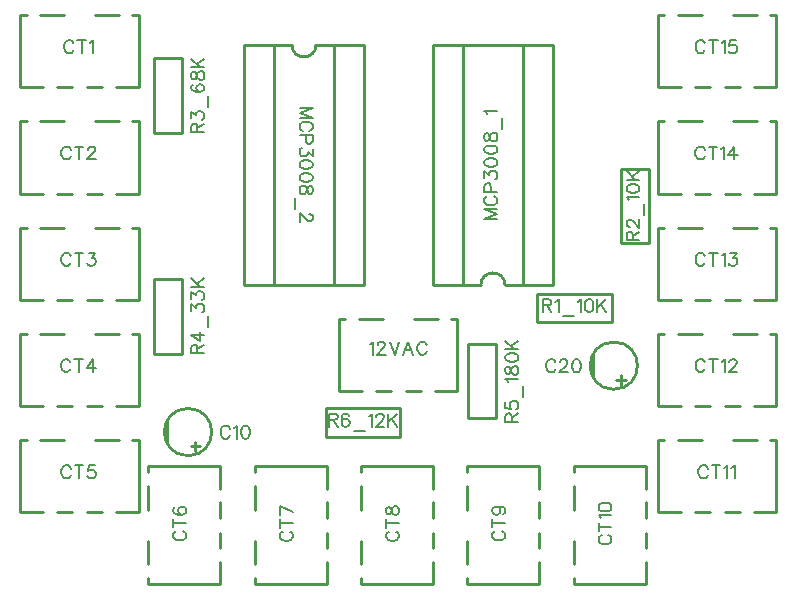
<source format=gto>
G04 Layer: TopSilkLayer*
G04 EasyEDA v6.4.25, 2022-04-08T13:20:52--5:00*
G04 Gerber Generator version 0.2*
G04 Scale: 100 percent, Rotated: No, Reflected: No *
G04 Dimensions in millimeters *
G04 leading zeros omitted , absolute positions ,4 integer and 5 decimal *
%FSLAX45Y45*%
%MOMM*%

%ADD10C,0.2540*%
%ADD18C,0.1524*%

%LPD*%
D18*
X2522763Y-1517401D02*
G01*
X2413797Y-1517401D01*
X2522763Y-1517401D02*
G01*
X2413797Y-1558803D01*
X2522763Y-1600459D02*
G01*
X2413797Y-1558803D01*
X2522763Y-1600459D02*
G01*
X2413797Y-1600459D01*
X2496855Y-1712727D02*
G01*
X2507269Y-1707393D01*
X2517683Y-1696979D01*
X2522763Y-1686565D01*
X2522763Y-1665991D01*
X2517683Y-1655577D01*
X2507269Y-1645163D01*
X2496855Y-1639829D01*
X2481107Y-1634749D01*
X2455199Y-1634749D01*
X2439705Y-1639829D01*
X2429291Y-1645163D01*
X2418877Y-1655577D01*
X2413797Y-1665991D01*
X2413797Y-1686565D01*
X2418877Y-1696979D01*
X2429291Y-1707393D01*
X2439705Y-1712727D01*
X2522763Y-1747017D02*
G01*
X2413797Y-1747017D01*
X2522763Y-1747017D02*
G01*
X2522763Y-1793753D01*
X2517683Y-1809247D01*
X2512349Y-1814581D01*
X2501935Y-1819661D01*
X2486441Y-1819661D01*
X2476027Y-1814581D01*
X2470947Y-1809247D01*
X2465613Y-1793753D01*
X2465613Y-1747017D01*
X2522763Y-1864365D02*
G01*
X2522763Y-1921515D01*
X2481107Y-1890273D01*
X2481107Y-1906021D01*
X2476027Y-1916435D01*
X2470947Y-1921515D01*
X2455199Y-1926595D01*
X2444785Y-1926595D01*
X2429291Y-1921515D01*
X2418877Y-1911101D01*
X2413797Y-1895607D01*
X2413797Y-1879859D01*
X2418877Y-1864365D01*
X2423957Y-1859285D01*
X2434371Y-1853951D01*
X2522763Y-1992127D02*
G01*
X2517683Y-1976633D01*
X2501935Y-1966219D01*
X2476027Y-1960885D01*
X2460533Y-1960885D01*
X2434371Y-1966219D01*
X2418877Y-1976633D01*
X2413797Y-1992127D01*
X2413797Y-2002541D01*
X2418877Y-2018035D01*
X2434371Y-2028449D01*
X2460533Y-2033783D01*
X2476027Y-2033783D01*
X2501935Y-2028449D01*
X2517683Y-2018035D01*
X2522763Y-2002541D01*
X2522763Y-1992127D01*
X2522763Y-2099315D02*
G01*
X2517683Y-2083567D01*
X2501935Y-2073153D01*
X2476027Y-2068073D01*
X2460533Y-2068073D01*
X2434371Y-2073153D01*
X2418877Y-2083567D01*
X2413797Y-2099315D01*
X2413797Y-2109475D01*
X2418877Y-2125223D01*
X2434371Y-2135637D01*
X2460533Y-2140717D01*
X2476027Y-2140717D01*
X2501935Y-2135637D01*
X2517683Y-2125223D01*
X2522763Y-2109475D01*
X2522763Y-2099315D01*
X2522763Y-2200915D02*
G01*
X2517683Y-2185421D01*
X2507269Y-2180341D01*
X2496855Y-2180341D01*
X2486441Y-2185421D01*
X2481107Y-2195835D01*
X2476027Y-2216663D01*
X2470947Y-2232157D01*
X2460533Y-2242571D01*
X2450119Y-2247905D01*
X2434371Y-2247905D01*
X2423957Y-2242571D01*
X2418877Y-2237491D01*
X2413797Y-2221743D01*
X2413797Y-2200915D01*
X2418877Y-2185421D01*
X2423957Y-2180341D01*
X2434371Y-2175007D01*
X2450119Y-2175007D01*
X2460533Y-2180341D01*
X2470947Y-2190755D01*
X2476027Y-2206249D01*
X2481107Y-2227077D01*
X2486441Y-2237491D01*
X2496855Y-2242571D01*
X2507269Y-2242571D01*
X2517683Y-2237491D01*
X2522763Y-2221743D01*
X2522763Y-2200915D01*
X2377221Y-2282195D02*
G01*
X2377221Y-2375667D01*
X2496855Y-2415037D02*
G01*
X2501935Y-2415037D01*
X2512349Y-2420371D01*
X2517683Y-2425451D01*
X2522763Y-2435865D01*
X2522763Y-2456693D01*
X2517683Y-2467107D01*
X2512349Y-2472187D01*
X2501935Y-2477521D01*
X2491521Y-2477521D01*
X2481107Y-2472187D01*
X2465613Y-2461773D01*
X2413797Y-2409957D01*
X2413797Y-2482601D01*
X3977225Y-2459233D02*
G01*
X4086191Y-2459233D01*
X3977225Y-2459233D02*
G01*
X4086191Y-2417577D01*
X3977225Y-2376175D02*
G01*
X4086191Y-2417577D01*
X3977225Y-2376175D02*
G01*
X4086191Y-2376175D01*
X4003133Y-2263907D02*
G01*
X3992719Y-2268987D01*
X3982305Y-2279401D01*
X3977225Y-2289815D01*
X3977225Y-2310643D01*
X3982305Y-2321057D01*
X3992719Y-2331471D01*
X4003133Y-2336551D01*
X4018881Y-2341885D01*
X4044789Y-2341885D01*
X4060283Y-2336551D01*
X4070697Y-2331471D01*
X4081111Y-2321057D01*
X4086191Y-2310643D01*
X4086191Y-2289815D01*
X4081111Y-2279401D01*
X4070697Y-2268987D01*
X4060283Y-2263907D01*
X3977225Y-2229617D02*
G01*
X4086191Y-2229617D01*
X3977225Y-2229617D02*
G01*
X3977225Y-2182881D01*
X3982305Y-2167387D01*
X3987639Y-2162053D01*
X3998053Y-2156973D01*
X4013547Y-2156973D01*
X4023961Y-2162053D01*
X4029041Y-2167387D01*
X4034375Y-2182881D01*
X4034375Y-2229617D01*
X3977225Y-2112269D02*
G01*
X3977225Y-2055119D01*
X4018881Y-2086107D01*
X4018881Y-2070613D01*
X4023961Y-2060199D01*
X4029041Y-2055119D01*
X4044789Y-2049785D01*
X4055203Y-2049785D01*
X4070697Y-2055119D01*
X4081111Y-2065533D01*
X4086191Y-2081027D01*
X4086191Y-2096521D01*
X4081111Y-2112269D01*
X4076031Y-2117349D01*
X4065617Y-2122683D01*
X3977225Y-1984507D02*
G01*
X3982305Y-2000001D01*
X3998053Y-2010415D01*
X4023961Y-2015495D01*
X4039455Y-2015495D01*
X4065617Y-2010415D01*
X4081111Y-2000001D01*
X4086191Y-1984507D01*
X4086191Y-1974093D01*
X4081111Y-1958345D01*
X4065617Y-1947931D01*
X4039455Y-1942851D01*
X4023961Y-1942851D01*
X3998053Y-1947931D01*
X3982305Y-1958345D01*
X3977225Y-1974093D01*
X3977225Y-1984507D01*
X3977225Y-1877319D02*
G01*
X3982305Y-1893067D01*
X3998053Y-1903227D01*
X4023961Y-1908561D01*
X4039455Y-1908561D01*
X4065617Y-1903227D01*
X4081111Y-1893067D01*
X4086191Y-1877319D01*
X4086191Y-1866905D01*
X4081111Y-1851411D01*
X4065617Y-1840997D01*
X4039455Y-1835917D01*
X4023961Y-1835917D01*
X3998053Y-1840997D01*
X3982305Y-1851411D01*
X3977225Y-1866905D01*
X3977225Y-1877319D01*
X3977225Y-1775465D02*
G01*
X3982305Y-1791213D01*
X3992719Y-1796293D01*
X4003133Y-1796293D01*
X4013547Y-1791213D01*
X4018881Y-1780799D01*
X4023961Y-1759971D01*
X4029041Y-1744477D01*
X4039455Y-1734063D01*
X4049869Y-1728729D01*
X4065617Y-1728729D01*
X4076031Y-1734063D01*
X4081111Y-1739143D01*
X4086191Y-1754637D01*
X4086191Y-1775465D01*
X4081111Y-1791213D01*
X4076031Y-1796293D01*
X4065617Y-1801627D01*
X4049869Y-1801627D01*
X4039455Y-1796293D01*
X4029041Y-1785879D01*
X4023961Y-1770385D01*
X4018881Y-1749557D01*
X4013547Y-1739143D01*
X4003133Y-1734063D01*
X3992719Y-1734063D01*
X3982305Y-1739143D01*
X3977225Y-1754637D01*
X3977225Y-1775465D01*
X4122767Y-1694439D02*
G01*
X4122767Y-1600967D01*
X3998053Y-1566677D02*
G01*
X3992719Y-1556263D01*
X3977225Y-1540769D01*
X4086191Y-1540769D01*
X3007923Y-3517358D02*
G01*
X3018337Y-3512278D01*
X3034085Y-3496530D01*
X3034085Y-3605750D01*
X3073455Y-3522692D02*
G01*
X3073455Y-3517358D01*
X3078535Y-3506944D01*
X3083869Y-3501864D01*
X3094283Y-3496530D01*
X3115111Y-3496530D01*
X3125525Y-3501864D01*
X3130605Y-3506944D01*
X3135685Y-3517358D01*
X3135685Y-3527772D01*
X3130605Y-3538186D01*
X3120191Y-3553680D01*
X3068375Y-3605750D01*
X3141019Y-3605750D01*
X3175309Y-3496530D02*
G01*
X3216965Y-3605750D01*
X3258367Y-3496530D02*
G01*
X3216965Y-3605750D01*
X3334313Y-3496530D02*
G01*
X3292657Y-3605750D01*
X3334313Y-3496530D02*
G01*
X3375715Y-3605750D01*
X3308405Y-3569428D02*
G01*
X3360221Y-3569428D01*
X3487983Y-3522692D02*
G01*
X3482903Y-3512278D01*
X3472489Y-3501864D01*
X3462075Y-3496530D01*
X3441247Y-3496530D01*
X3430833Y-3501864D01*
X3420419Y-3512278D01*
X3415339Y-3522692D01*
X3410005Y-3538186D01*
X3410005Y-3564094D01*
X3415339Y-3579842D01*
X3420419Y-3590256D01*
X3430833Y-3600670D01*
X3441247Y-3605750D01*
X3462075Y-3605750D01*
X3472489Y-3600670D01*
X3482903Y-3590256D01*
X3487983Y-3579842D01*
X4578781Y-3671321D02*
G01*
X4573701Y-3660907D01*
X4563287Y-3650493D01*
X4552873Y-3645413D01*
X4532045Y-3645413D01*
X4521631Y-3650493D01*
X4511217Y-3660907D01*
X4506137Y-3671321D01*
X4500803Y-3686815D01*
X4500803Y-3712723D01*
X4506137Y-3728471D01*
X4511217Y-3738885D01*
X4521631Y-3749299D01*
X4532045Y-3754379D01*
X4552873Y-3754379D01*
X4563287Y-3749299D01*
X4573701Y-3738885D01*
X4578781Y-3728471D01*
X4618151Y-3671321D02*
G01*
X4618151Y-3665987D01*
X4623485Y-3655573D01*
X4628565Y-3650493D01*
X4638979Y-3645413D01*
X4659807Y-3645413D01*
X4670221Y-3650493D01*
X4675301Y-3655573D01*
X4680635Y-3665987D01*
X4680635Y-3676401D01*
X4675301Y-3686815D01*
X4665141Y-3702563D01*
X4613071Y-3754379D01*
X4685715Y-3754379D01*
X4751247Y-3645413D02*
G01*
X4735753Y-3650493D01*
X4725339Y-3665987D01*
X4720005Y-3692149D01*
X4720005Y-3707643D01*
X4725339Y-3733551D01*
X4735753Y-3749299D01*
X4751247Y-3754379D01*
X4761661Y-3754379D01*
X4777155Y-3749299D01*
X4787569Y-3733551D01*
X4792903Y-3707643D01*
X4792903Y-3692149D01*
X4787569Y-3665987D01*
X4777155Y-3650493D01*
X4761661Y-3645413D01*
X4751247Y-3645413D01*
X1496194Y-1723786D02*
G01*
X1605160Y-1723786D01*
X1496194Y-1723786D02*
G01*
X1496194Y-1676796D01*
X1501274Y-1661302D01*
X1506354Y-1656222D01*
X1516768Y-1650888D01*
X1527182Y-1650888D01*
X1537596Y-1656222D01*
X1542930Y-1661302D01*
X1548010Y-1676796D01*
X1548010Y-1723786D01*
X1548010Y-1687210D02*
G01*
X1605160Y-1650888D01*
X1496194Y-1606184D02*
G01*
X1496194Y-1549034D01*
X1537596Y-1580276D01*
X1537596Y-1564782D01*
X1542930Y-1554368D01*
X1548010Y-1549034D01*
X1563504Y-1543954D01*
X1573918Y-1543954D01*
X1589666Y-1549034D01*
X1600080Y-1559448D01*
X1605160Y-1575196D01*
X1605160Y-1590690D01*
X1600080Y-1606184D01*
X1594746Y-1611518D01*
X1584332Y-1616598D01*
X1641482Y-1509664D02*
G01*
X1641482Y-1416192D01*
X1511688Y-1319418D02*
G01*
X1501274Y-1324752D01*
X1496194Y-1340246D01*
X1496194Y-1350660D01*
X1501274Y-1366154D01*
X1516768Y-1376568D01*
X1542930Y-1381902D01*
X1568838Y-1381902D01*
X1589666Y-1376568D01*
X1600080Y-1366154D01*
X1605160Y-1350660D01*
X1605160Y-1345326D01*
X1600080Y-1329832D01*
X1589666Y-1319418D01*
X1573918Y-1314338D01*
X1568838Y-1314338D01*
X1553344Y-1319418D01*
X1542930Y-1329832D01*
X1537596Y-1345326D01*
X1537596Y-1350660D01*
X1542930Y-1366154D01*
X1553344Y-1376568D01*
X1568838Y-1381902D01*
X1496194Y-1253886D02*
G01*
X1501274Y-1269634D01*
X1511688Y-1274714D01*
X1522102Y-1274714D01*
X1532516Y-1269634D01*
X1537596Y-1259220D01*
X1542930Y-1238392D01*
X1548010Y-1222898D01*
X1558424Y-1212484D01*
X1568838Y-1207150D01*
X1584332Y-1207150D01*
X1594746Y-1212484D01*
X1600080Y-1217564D01*
X1605160Y-1233312D01*
X1605160Y-1253886D01*
X1600080Y-1269634D01*
X1594746Y-1274714D01*
X1584332Y-1280048D01*
X1568838Y-1280048D01*
X1558424Y-1274714D01*
X1548010Y-1264300D01*
X1542930Y-1248806D01*
X1537596Y-1227978D01*
X1532516Y-1217564D01*
X1522102Y-1212484D01*
X1511688Y-1212484D01*
X1501274Y-1217564D01*
X1496194Y-1233312D01*
X1496194Y-1253886D01*
X1496194Y-1172860D02*
G01*
X1605160Y-1172860D01*
X1496194Y-1100216D02*
G01*
X1568838Y-1172860D01*
X1542930Y-1146952D02*
G01*
X1605160Y-1100216D01*
X5181216Y-2636954D02*
G01*
X5290182Y-2636954D01*
X5181216Y-2636954D02*
G01*
X5181216Y-2590218D01*
X5186296Y-2574724D01*
X5191630Y-2569390D01*
X5202044Y-2564310D01*
X5212458Y-2564310D01*
X5222618Y-2569390D01*
X5227952Y-2574724D01*
X5233032Y-2590218D01*
X5233032Y-2636954D01*
X5233032Y-2600632D02*
G01*
X5290182Y-2564310D01*
X5207124Y-2524940D02*
G01*
X5202044Y-2524940D01*
X5191630Y-2519606D01*
X5186296Y-2514526D01*
X5181216Y-2504112D01*
X5181216Y-2483284D01*
X5186296Y-2472870D01*
X5191630Y-2467790D01*
X5202044Y-2462456D01*
X5212458Y-2462456D01*
X5222618Y-2467790D01*
X5238366Y-2477950D01*
X5290182Y-2530020D01*
X5290182Y-2457376D01*
X5326758Y-2423086D02*
G01*
X5326758Y-2329360D01*
X5202044Y-2295070D02*
G01*
X5196710Y-2284910D01*
X5181216Y-2269162D01*
X5290182Y-2269162D01*
X5181216Y-2203630D02*
G01*
X5186296Y-2219378D01*
X5202044Y-2229792D01*
X5227952Y-2234872D01*
X5243446Y-2234872D01*
X5269608Y-2229792D01*
X5285102Y-2219378D01*
X5290182Y-2203630D01*
X5290182Y-2193470D01*
X5285102Y-2177722D01*
X5269608Y-2167308D01*
X5243446Y-2162228D01*
X5227952Y-2162228D01*
X5202044Y-2167308D01*
X5186296Y-2177722D01*
X5181216Y-2193470D01*
X5181216Y-2203630D01*
X5181216Y-2127938D02*
G01*
X5290182Y-2127938D01*
X5181216Y-2055040D02*
G01*
X5253860Y-2127938D01*
X5227952Y-2102030D02*
G01*
X5290182Y-2055040D01*
X4472409Y-3137235D02*
G01*
X4472409Y-3246455D01*
X4472409Y-3137235D02*
G01*
X4519145Y-3137235D01*
X4534639Y-3142315D01*
X4539973Y-3147649D01*
X4545053Y-3158063D01*
X4545053Y-3168477D01*
X4539973Y-3178891D01*
X4534639Y-3183971D01*
X4519145Y-3189305D01*
X4472409Y-3189305D01*
X4508731Y-3189305D02*
G01*
X4545053Y-3246455D01*
X4579343Y-3158063D02*
G01*
X4589757Y-3152729D01*
X4605251Y-3137235D01*
X4605251Y-3246455D01*
X4639541Y-3282777D02*
G01*
X4733267Y-3282777D01*
X4767557Y-3158063D02*
G01*
X4777971Y-3152729D01*
X4793465Y-3137235D01*
X4793465Y-3246455D01*
X4858997Y-3137235D02*
G01*
X4843249Y-3142315D01*
X4832835Y-3158063D01*
X4827755Y-3183971D01*
X4827755Y-3199465D01*
X4832835Y-3225627D01*
X4843249Y-3241121D01*
X4858997Y-3246455D01*
X4869411Y-3246455D01*
X4884905Y-3241121D01*
X4895319Y-3225627D01*
X4900399Y-3199465D01*
X4900399Y-3183971D01*
X4895319Y-3158063D01*
X4884905Y-3142315D01*
X4869411Y-3137235D01*
X4858997Y-3137235D01*
X4934689Y-3137235D02*
G01*
X4934689Y-3246455D01*
X5007587Y-3137235D02*
G01*
X4934689Y-3209879D01*
X4960851Y-3183971D02*
G01*
X5007587Y-3246455D01*
X1496075Y-3595710D02*
G01*
X1605295Y-3595710D01*
X1496075Y-3595710D02*
G01*
X1496075Y-3548974D01*
X1501409Y-3533226D01*
X1506489Y-3528146D01*
X1516903Y-3522812D01*
X1527317Y-3522812D01*
X1537731Y-3528146D01*
X1542811Y-3533226D01*
X1548145Y-3548974D01*
X1548145Y-3595710D01*
X1548145Y-3559388D02*
G01*
X1605295Y-3522812D01*
X1496075Y-3436706D02*
G01*
X1568719Y-3488522D01*
X1568719Y-3410798D01*
X1496075Y-3436706D02*
G01*
X1605295Y-3436706D01*
X1641617Y-3376508D02*
G01*
X1641617Y-3282782D01*
X1496075Y-3238332D02*
G01*
X1496075Y-3181182D01*
X1537731Y-3212170D01*
X1537731Y-3196676D01*
X1542811Y-3186262D01*
X1548145Y-3181182D01*
X1563639Y-3175848D01*
X1574053Y-3175848D01*
X1589547Y-3181182D01*
X1599961Y-3191342D01*
X1605295Y-3207090D01*
X1605295Y-3222584D01*
X1599961Y-3238332D01*
X1594881Y-3243412D01*
X1584467Y-3248492D01*
X1496075Y-3131144D02*
G01*
X1496075Y-3073994D01*
X1537731Y-3105236D01*
X1537731Y-3089742D01*
X1542811Y-3079328D01*
X1548145Y-3073994D01*
X1563639Y-3068914D01*
X1574053Y-3068914D01*
X1589547Y-3073994D01*
X1599961Y-3084408D01*
X1605295Y-3099902D01*
X1605295Y-3115650D01*
X1599961Y-3131144D01*
X1594881Y-3136478D01*
X1584467Y-3141558D01*
X1496075Y-3034624D02*
G01*
X1605295Y-3034624D01*
X1496075Y-2961726D02*
G01*
X1568719Y-3034624D01*
X1542811Y-3008462D02*
G01*
X1605295Y-2961726D01*
X1822650Y-4233197D02*
G01*
X1817316Y-4223037D01*
X1806902Y-4212623D01*
X1796488Y-4207289D01*
X1775914Y-4207289D01*
X1765500Y-4212623D01*
X1755086Y-4223037D01*
X1749752Y-4233197D01*
X1744672Y-4248945D01*
X1744672Y-4274853D01*
X1749752Y-4290347D01*
X1755086Y-4300761D01*
X1765500Y-4311175D01*
X1775914Y-4316509D01*
X1796488Y-4316509D01*
X1806902Y-4311175D01*
X1817316Y-4300761D01*
X1822650Y-4290347D01*
X1856940Y-4228117D02*
G01*
X1867354Y-4223037D01*
X1882848Y-4207289D01*
X1882848Y-4316509D01*
X1948380Y-4207289D02*
G01*
X1932632Y-4212623D01*
X1922218Y-4228117D01*
X1917138Y-4254025D01*
X1917138Y-4269773D01*
X1922218Y-4295681D01*
X1932632Y-4311175D01*
X1948380Y-4316509D01*
X1958794Y-4316509D01*
X1974288Y-4311175D01*
X1984702Y-4295681D01*
X1989782Y-4269773D01*
X1989782Y-4254025D01*
X1984702Y-4228117D01*
X1974288Y-4212623D01*
X1958794Y-4207289D01*
X1948380Y-4207289D01*
X4156113Y-4176996D02*
G01*
X4265333Y-4176996D01*
X4156113Y-4176996D02*
G01*
X4156113Y-4130260D01*
X4161193Y-4114766D01*
X4166527Y-4109432D01*
X4176941Y-4104352D01*
X4187355Y-4104352D01*
X4197769Y-4109432D01*
X4202849Y-4114766D01*
X4208183Y-4130260D01*
X4208183Y-4176996D01*
X4208183Y-4140674D02*
G01*
X4265333Y-4104352D01*
X4156113Y-4007578D02*
G01*
X4156113Y-4059648D01*
X4202849Y-4064728D01*
X4197769Y-4059648D01*
X4192435Y-4044154D01*
X4192435Y-4028406D01*
X4197769Y-4012912D01*
X4208183Y-4002498D01*
X4223677Y-3997418D01*
X4234091Y-3997418D01*
X4249585Y-4002498D01*
X4259999Y-4012912D01*
X4265333Y-4028406D01*
X4265333Y-4044154D01*
X4259999Y-4059648D01*
X4254919Y-4064728D01*
X4244505Y-4070062D01*
X4301655Y-3963128D02*
G01*
X4301655Y-3869402D01*
X4176941Y-3835112D02*
G01*
X4171607Y-3824698D01*
X4156113Y-3809204D01*
X4265333Y-3809204D01*
X4156113Y-3749006D02*
G01*
X4161193Y-3764500D01*
X4171607Y-3769834D01*
X4182021Y-3769834D01*
X4192435Y-3764500D01*
X4197769Y-3754086D01*
X4202849Y-3733258D01*
X4208183Y-3717764D01*
X4218343Y-3707350D01*
X4228757Y-3702270D01*
X4244505Y-3702270D01*
X4254919Y-3707350D01*
X4259999Y-3712684D01*
X4265333Y-3728178D01*
X4265333Y-3749006D01*
X4259999Y-3764500D01*
X4254919Y-3769834D01*
X4244505Y-3774914D01*
X4228757Y-3774914D01*
X4218343Y-3769834D01*
X4208183Y-3759420D01*
X4202849Y-3743672D01*
X4197769Y-3723098D01*
X4192435Y-3712684D01*
X4182021Y-3707350D01*
X4171607Y-3707350D01*
X4161193Y-3712684D01*
X4156113Y-3728178D01*
X4156113Y-3749006D01*
X4156113Y-3636738D02*
G01*
X4161193Y-3652232D01*
X4176941Y-3662646D01*
X4202849Y-3667980D01*
X4218343Y-3667980D01*
X4244505Y-3662646D01*
X4259999Y-3652232D01*
X4265333Y-3636738D01*
X4265333Y-3626324D01*
X4259999Y-3610830D01*
X4244505Y-3600416D01*
X4218343Y-3595082D01*
X4202849Y-3595082D01*
X4176941Y-3600416D01*
X4161193Y-3610830D01*
X4156113Y-3626324D01*
X4156113Y-3636738D01*
X4156113Y-3560792D02*
G01*
X4265333Y-3560792D01*
X4156113Y-3488148D02*
G01*
X4228757Y-3560792D01*
X4202849Y-3534884D02*
G01*
X4265333Y-3488148D01*
X2661584Y-4107230D02*
G01*
X2661584Y-4216450D01*
X2661584Y-4107230D02*
G01*
X2708320Y-4107230D01*
X2724068Y-4112564D01*
X2729148Y-4117644D01*
X2734482Y-4128058D01*
X2734482Y-4138472D01*
X2729148Y-4148886D01*
X2724068Y-4154220D01*
X2708320Y-4159300D01*
X2661584Y-4159300D01*
X2698160Y-4159300D02*
G01*
X2734482Y-4216450D01*
X2831002Y-4122978D02*
G01*
X2825922Y-4112564D01*
X2810174Y-4107230D01*
X2799760Y-4107230D01*
X2784266Y-4112564D01*
X2773852Y-4128058D01*
X2768772Y-4154220D01*
X2768772Y-4180128D01*
X2773852Y-4200956D01*
X2784266Y-4211370D01*
X2799760Y-4216450D01*
X2805094Y-4216450D01*
X2820588Y-4211370D01*
X2831002Y-4200956D01*
X2836336Y-4185208D01*
X2836336Y-4180128D01*
X2831002Y-4164380D01*
X2820588Y-4154220D01*
X2805094Y-4148886D01*
X2799760Y-4148886D01*
X2784266Y-4154220D01*
X2773852Y-4164380D01*
X2768772Y-4180128D01*
X2870626Y-4252772D02*
G01*
X2964098Y-4252772D01*
X2998388Y-4128058D02*
G01*
X3008802Y-4122978D01*
X3024296Y-4107230D01*
X3024296Y-4216450D01*
X3063920Y-4133392D02*
G01*
X3063920Y-4128058D01*
X3069000Y-4117644D01*
X3074080Y-4112564D01*
X3084494Y-4107230D01*
X3105322Y-4107230D01*
X3115736Y-4112564D01*
X3121070Y-4117644D01*
X3126150Y-4128058D01*
X3126150Y-4138472D01*
X3121070Y-4148886D01*
X3110656Y-4164380D01*
X3058586Y-4216450D01*
X3131230Y-4216450D01*
X3165520Y-4107230D02*
G01*
X3165520Y-4216450D01*
X3238418Y-4107230D02*
G01*
X3165520Y-4180128D01*
X3191682Y-4154220D02*
G01*
X3238418Y-4216450D01*
X497824Y-970516D02*
G01*
X492744Y-960356D01*
X482330Y-949942D01*
X471916Y-944608D01*
X451088Y-944608D01*
X440674Y-949942D01*
X430514Y-960356D01*
X425180Y-970516D01*
X420100Y-986264D01*
X420100Y-1012172D01*
X425180Y-1027666D01*
X430514Y-1038080D01*
X440674Y-1048494D01*
X451088Y-1053828D01*
X471916Y-1053828D01*
X482330Y-1048494D01*
X492744Y-1038080D01*
X497824Y-1027666D01*
X568690Y-944608D02*
G01*
X568690Y-1053828D01*
X532114Y-944608D02*
G01*
X605012Y-944608D01*
X639302Y-965436D02*
G01*
X649716Y-960356D01*
X665210Y-944608D01*
X665210Y-1053828D01*
X474454Y-1870646D02*
G01*
X469374Y-1860232D01*
X458960Y-1849818D01*
X448546Y-1844738D01*
X427718Y-1844738D01*
X417304Y-1849818D01*
X407144Y-1860232D01*
X401810Y-1870646D01*
X396730Y-1886140D01*
X396730Y-1912048D01*
X401810Y-1927796D01*
X407144Y-1938210D01*
X417304Y-1948624D01*
X427718Y-1953704D01*
X448546Y-1953704D01*
X458960Y-1948624D01*
X469374Y-1938210D01*
X474454Y-1927796D01*
X545320Y-1844738D02*
G01*
X545320Y-1953704D01*
X508744Y-1844738D02*
G01*
X581642Y-1844738D01*
X621012Y-1870646D02*
G01*
X621012Y-1865312D01*
X626346Y-1854898D01*
X631426Y-1849818D01*
X641840Y-1844738D01*
X662668Y-1844738D01*
X673082Y-1849818D01*
X678162Y-1854898D01*
X683496Y-1865312D01*
X683496Y-1875726D01*
X678162Y-1886140D01*
X667748Y-1901888D01*
X615932Y-1953704D01*
X688576Y-1953704D01*
X474454Y-2770642D02*
G01*
X469374Y-2760228D01*
X458960Y-2749814D01*
X448546Y-2744734D01*
X427718Y-2744734D01*
X417304Y-2749814D01*
X407144Y-2760228D01*
X401810Y-2770642D01*
X396730Y-2786136D01*
X396730Y-2812298D01*
X401810Y-2827792D01*
X407144Y-2838206D01*
X417304Y-2848620D01*
X427718Y-2853700D01*
X448546Y-2853700D01*
X458960Y-2848620D01*
X469374Y-2838206D01*
X474454Y-2827792D01*
X545320Y-2744734D02*
G01*
X545320Y-2853700D01*
X508744Y-2744734D02*
G01*
X581642Y-2744734D01*
X626346Y-2744734D02*
G01*
X683496Y-2744734D01*
X652254Y-2786136D01*
X667748Y-2786136D01*
X678162Y-2791470D01*
X683496Y-2796550D01*
X688576Y-2812298D01*
X688576Y-2822712D01*
X683496Y-2838206D01*
X673082Y-2848620D01*
X657334Y-2853700D01*
X641840Y-2853700D01*
X626346Y-2848620D01*
X621012Y-2843286D01*
X615932Y-2833126D01*
X471789Y-3670518D02*
G01*
X466709Y-3660104D01*
X456295Y-3649944D01*
X445881Y-3644610D01*
X425053Y-3644610D01*
X414639Y-3649944D01*
X404479Y-3660104D01*
X399145Y-3670518D01*
X394065Y-3686266D01*
X394065Y-3712174D01*
X399145Y-3727668D01*
X404479Y-3738082D01*
X414639Y-3748496D01*
X425053Y-3753830D01*
X445881Y-3753830D01*
X456295Y-3748496D01*
X466709Y-3738082D01*
X471789Y-3727668D01*
X542655Y-3644610D02*
G01*
X542655Y-3753830D01*
X506079Y-3644610D02*
G01*
X578977Y-3644610D01*
X665083Y-3644610D02*
G01*
X613267Y-3717254D01*
X691245Y-3717254D01*
X665083Y-3644610D02*
G01*
X665083Y-3753830D01*
X474454Y-4570768D02*
G01*
X469374Y-4560354D01*
X458960Y-4549940D01*
X448546Y-4544606D01*
X427718Y-4544606D01*
X417304Y-4549940D01*
X407144Y-4560354D01*
X401810Y-4570768D01*
X396730Y-4586262D01*
X396730Y-4612170D01*
X401810Y-4627918D01*
X407144Y-4638332D01*
X417304Y-4648746D01*
X427718Y-4653826D01*
X448546Y-4653826D01*
X458960Y-4648746D01*
X469374Y-4638332D01*
X474454Y-4627918D01*
X545320Y-4544606D02*
G01*
X545320Y-4653826D01*
X508744Y-4544606D02*
G01*
X581642Y-4544606D01*
X678162Y-4544606D02*
G01*
X626346Y-4544606D01*
X621012Y-4591596D01*
X626346Y-4586262D01*
X641840Y-4581182D01*
X657334Y-4581182D01*
X673082Y-4586262D01*
X683496Y-4596676D01*
X688576Y-4612170D01*
X688576Y-4622584D01*
X683496Y-4638332D01*
X673082Y-4648746D01*
X657334Y-4653826D01*
X641840Y-4653826D01*
X626346Y-4648746D01*
X621012Y-4643412D01*
X615932Y-4632998D01*
X5844484Y-970516D02*
G01*
X5839404Y-960356D01*
X5828990Y-949942D01*
X5818576Y-944608D01*
X5797748Y-944608D01*
X5787334Y-949942D01*
X5776920Y-960356D01*
X5771840Y-970516D01*
X5766506Y-986264D01*
X5766506Y-1012172D01*
X5771840Y-1027666D01*
X5776920Y-1038080D01*
X5787334Y-1048494D01*
X5797748Y-1053828D01*
X5818576Y-1053828D01*
X5828990Y-1048494D01*
X5839404Y-1038080D01*
X5844484Y-1027666D01*
X5915096Y-944608D02*
G01*
X5915096Y-1053828D01*
X5878774Y-944608D02*
G01*
X5951672Y-944608D01*
X5985962Y-965436D02*
G01*
X5996122Y-960356D01*
X6011870Y-944608D01*
X6011870Y-1053828D01*
X6108390Y-944608D02*
G01*
X6056574Y-944608D01*
X6051240Y-991344D01*
X6056574Y-986264D01*
X6072068Y-980930D01*
X6087562Y-980930D01*
X6103310Y-986264D01*
X6113724Y-996678D01*
X6118804Y-1012172D01*
X6118804Y-1022586D01*
X6113724Y-1038080D01*
X6103310Y-1048494D01*
X6087562Y-1053828D01*
X6072068Y-1053828D01*
X6056574Y-1048494D01*
X6051240Y-1043414D01*
X6046160Y-1033000D01*
X5841817Y-1870646D02*
G01*
X5836737Y-1860232D01*
X5826323Y-1849818D01*
X5815909Y-1844738D01*
X5795081Y-1844738D01*
X5784667Y-1849818D01*
X5774253Y-1860232D01*
X5769173Y-1870646D01*
X5763839Y-1886140D01*
X5763839Y-1912048D01*
X5769173Y-1927796D01*
X5774253Y-1938210D01*
X5784667Y-1948624D01*
X5795081Y-1953704D01*
X5815909Y-1953704D01*
X5826323Y-1948624D01*
X5836737Y-1938210D01*
X5841817Y-1927796D01*
X5912429Y-1844738D02*
G01*
X5912429Y-1953704D01*
X5876107Y-1844738D02*
G01*
X5949005Y-1844738D01*
X5983295Y-1865312D02*
G01*
X5993455Y-1860232D01*
X6009203Y-1844738D01*
X6009203Y-1953704D01*
X6095309Y-1844738D02*
G01*
X6043493Y-1917382D01*
X6121471Y-1917382D01*
X6095309Y-1844738D02*
G01*
X6095309Y-1953704D01*
X5844484Y-2770642D02*
G01*
X5839404Y-2760228D01*
X5828990Y-2749814D01*
X5818576Y-2744734D01*
X5797748Y-2744734D01*
X5787334Y-2749814D01*
X5776920Y-2760228D01*
X5771840Y-2770642D01*
X5766506Y-2786136D01*
X5766506Y-2812298D01*
X5771840Y-2827792D01*
X5776920Y-2838206D01*
X5787334Y-2848620D01*
X5797748Y-2853700D01*
X5818576Y-2853700D01*
X5828990Y-2848620D01*
X5839404Y-2838206D01*
X5844484Y-2827792D01*
X5915096Y-2744734D02*
G01*
X5915096Y-2853700D01*
X5878774Y-2744734D02*
G01*
X5951672Y-2744734D01*
X5985962Y-2765562D02*
G01*
X5996122Y-2760228D01*
X6011870Y-2744734D01*
X6011870Y-2853700D01*
X6056574Y-2744734D02*
G01*
X6113724Y-2744734D01*
X6082482Y-2786136D01*
X6097976Y-2786136D01*
X6108390Y-2791470D01*
X6113724Y-2796550D01*
X6118804Y-2812298D01*
X6118804Y-2822712D01*
X6113724Y-2838206D01*
X6103310Y-2848620D01*
X6087562Y-2853700D01*
X6072068Y-2853700D01*
X6056574Y-2848620D01*
X6051240Y-2843286D01*
X6046160Y-2833126D01*
X5844484Y-3670510D02*
G01*
X5839404Y-3660096D01*
X5828990Y-3649936D01*
X5818576Y-3644602D01*
X5797748Y-3644602D01*
X5787334Y-3649936D01*
X5776920Y-3660096D01*
X5771840Y-3670510D01*
X5766506Y-3686258D01*
X5766506Y-3712166D01*
X5771840Y-3727660D01*
X5776920Y-3738074D01*
X5787334Y-3748488D01*
X5797748Y-3753822D01*
X5818576Y-3753822D01*
X5828990Y-3748488D01*
X5839404Y-3738074D01*
X5844484Y-3727660D01*
X5915096Y-3644602D02*
G01*
X5915096Y-3753822D01*
X5878774Y-3644602D02*
G01*
X5951672Y-3644602D01*
X5985962Y-3665430D02*
G01*
X5996122Y-3660096D01*
X6011870Y-3644602D01*
X6011870Y-3753822D01*
X6051240Y-3670510D02*
G01*
X6051240Y-3665430D01*
X6056574Y-3655016D01*
X6061654Y-3649936D01*
X6072068Y-3644602D01*
X6092896Y-3644602D01*
X6103310Y-3649936D01*
X6108390Y-3655016D01*
X6113724Y-3665430D01*
X6113724Y-3675844D01*
X6108390Y-3686258D01*
X6097976Y-3701752D01*
X6046160Y-3753822D01*
X6118804Y-3753822D01*
X5867849Y-4570768D02*
G01*
X5862769Y-4560354D01*
X5852355Y-4549940D01*
X5841941Y-4544606D01*
X5821113Y-4544606D01*
X5810699Y-4549940D01*
X5800285Y-4560354D01*
X5795205Y-4570768D01*
X5789871Y-4586262D01*
X5789871Y-4612170D01*
X5795205Y-4627918D01*
X5800285Y-4638332D01*
X5810699Y-4648492D01*
X5821113Y-4653826D01*
X5841941Y-4653826D01*
X5852355Y-4648492D01*
X5862769Y-4638332D01*
X5867849Y-4627918D01*
X5938461Y-4544606D02*
G01*
X5938461Y-4653826D01*
X5902139Y-4544606D02*
G01*
X5975037Y-4544606D01*
X6009327Y-4565434D02*
G01*
X6019487Y-4560354D01*
X6035235Y-4544606D01*
X6035235Y-4653826D01*
X6069525Y-4565434D02*
G01*
X6079939Y-4560354D01*
X6095433Y-4544606D01*
X6095433Y-4653826D01*
X1370680Y-5102024D02*
G01*
X1360266Y-5107358D01*
X1349852Y-5117518D01*
X1344772Y-5127932D01*
X1344772Y-5148760D01*
X1349852Y-5159174D01*
X1360266Y-5169588D01*
X1370680Y-5174668D01*
X1386174Y-5180002D01*
X1412336Y-5180002D01*
X1427830Y-5174668D01*
X1438244Y-5169588D01*
X1448658Y-5159174D01*
X1453738Y-5148760D01*
X1453738Y-5127932D01*
X1448658Y-5117518D01*
X1438244Y-5107358D01*
X1427830Y-5102024D01*
X1344772Y-5031412D02*
G01*
X1453738Y-5031412D01*
X1344772Y-5067734D02*
G01*
X1344772Y-4995090D01*
X1360266Y-4898316D02*
G01*
X1349852Y-4903650D01*
X1344772Y-4919144D01*
X1344772Y-4929558D01*
X1349852Y-4945052D01*
X1365346Y-4955466D01*
X1391508Y-4960800D01*
X1417416Y-4960800D01*
X1438244Y-4955466D01*
X1448658Y-4945052D01*
X1453738Y-4929558D01*
X1453738Y-4924478D01*
X1448658Y-4908730D01*
X1438244Y-4898316D01*
X1422496Y-4893236D01*
X1417416Y-4893236D01*
X1401922Y-4898316D01*
X1391508Y-4908730D01*
X1386174Y-4924478D01*
X1386174Y-4929558D01*
X1391508Y-4945052D01*
X1401922Y-4955466D01*
X1417416Y-4960800D01*
X2270678Y-5104693D02*
G01*
X2260264Y-5109773D01*
X2249850Y-5120187D01*
X2244770Y-5130601D01*
X2244770Y-5151429D01*
X2249850Y-5161843D01*
X2260264Y-5172257D01*
X2270678Y-5177337D01*
X2286172Y-5182671D01*
X2312334Y-5182671D01*
X2327828Y-5177337D01*
X2338242Y-5172257D01*
X2348656Y-5161843D01*
X2353736Y-5151429D01*
X2353736Y-5130601D01*
X2348656Y-5120187D01*
X2338242Y-5109773D01*
X2327828Y-5104693D01*
X2244770Y-5034081D02*
G01*
X2353736Y-5034081D01*
X2244770Y-5070403D02*
G01*
X2244770Y-4997505D01*
X2244770Y-4890571D02*
G01*
X2353736Y-4942641D01*
X2244770Y-4963215D02*
G01*
X2244770Y-4890571D01*
X3170676Y-5104564D02*
G01*
X3160262Y-5109898D01*
X3149848Y-5120312D01*
X3144768Y-5130726D01*
X3144768Y-5151554D01*
X3149848Y-5161714D01*
X3160262Y-5172128D01*
X3170676Y-5177462D01*
X3186170Y-5182542D01*
X3212332Y-5182542D01*
X3227826Y-5177462D01*
X3238240Y-5172128D01*
X3248654Y-5161714D01*
X3253734Y-5151554D01*
X3253734Y-5130726D01*
X3248654Y-5120312D01*
X3238240Y-5109898D01*
X3227826Y-5104564D01*
X3144768Y-5033952D02*
G01*
X3253734Y-5033952D01*
X3144768Y-5070274D02*
G01*
X3144768Y-4997630D01*
X3144768Y-4937432D02*
G01*
X3149848Y-4952926D01*
X3160262Y-4958260D01*
X3170676Y-4958260D01*
X3181090Y-4952926D01*
X3186170Y-4942512D01*
X3191504Y-4921684D01*
X3196584Y-4906190D01*
X3206998Y-4895776D01*
X3217412Y-4890696D01*
X3232906Y-4890696D01*
X3243320Y-4895776D01*
X3248654Y-4901110D01*
X3253734Y-4916604D01*
X3253734Y-4937432D01*
X3248654Y-4952926D01*
X3243320Y-4958260D01*
X3232906Y-4963340D01*
X3217412Y-4963340D01*
X3206998Y-4958260D01*
X3196584Y-4947846D01*
X3191504Y-4932098D01*
X3186170Y-4911524D01*
X3181090Y-4901110D01*
X3170676Y-4895776D01*
X3160262Y-4895776D01*
X3149848Y-4901110D01*
X3144768Y-4916604D01*
X3144768Y-4937432D01*
X4070670Y-5102024D02*
G01*
X4060256Y-5107358D01*
X4049842Y-5117772D01*
X4044762Y-5127932D01*
X4044762Y-5148760D01*
X4049842Y-5159174D01*
X4060256Y-5169588D01*
X4070670Y-5174922D01*
X4086164Y-5180002D01*
X4112326Y-5180002D01*
X4127820Y-5174922D01*
X4138234Y-5169588D01*
X4148648Y-5159174D01*
X4153728Y-5148760D01*
X4153728Y-5127932D01*
X4148648Y-5117772D01*
X4138234Y-5107358D01*
X4127820Y-5102024D01*
X4044762Y-5031412D02*
G01*
X4153728Y-5031412D01*
X4044762Y-5067734D02*
G01*
X4044762Y-4995090D01*
X4081084Y-4893236D02*
G01*
X4096578Y-4898316D01*
X4106992Y-4908730D01*
X4112326Y-4924478D01*
X4112326Y-4929558D01*
X4106992Y-4945052D01*
X4096578Y-4955466D01*
X4081084Y-4960800D01*
X4075750Y-4960800D01*
X4060256Y-4955466D01*
X4049842Y-4945052D01*
X4044762Y-4929558D01*
X4044762Y-4924478D01*
X4049842Y-4908730D01*
X4060256Y-4898316D01*
X4081084Y-4893236D01*
X4106992Y-4893236D01*
X4132900Y-4898316D01*
X4148648Y-4908730D01*
X4153728Y-4924478D01*
X4153728Y-4934892D01*
X4148648Y-4950386D01*
X4138234Y-4955466D01*
X4970680Y-5134792D02*
G01*
X4960266Y-5139872D01*
X4949852Y-5150286D01*
X4944772Y-5160700D01*
X4944772Y-5181528D01*
X4949852Y-5191942D01*
X4960266Y-5202356D01*
X4970680Y-5207436D01*
X4986174Y-5212770D01*
X5012336Y-5212770D01*
X5027830Y-5207436D01*
X5038244Y-5202356D01*
X5048658Y-5191942D01*
X5053738Y-5181528D01*
X5053738Y-5160700D01*
X5048658Y-5150286D01*
X5038244Y-5139872D01*
X5027830Y-5134792D01*
X4944772Y-5064180D02*
G01*
X5053738Y-5064180D01*
X4944772Y-5100502D02*
G01*
X4944772Y-5027858D01*
X4965346Y-4993568D02*
G01*
X4960266Y-4983154D01*
X4944772Y-4967406D01*
X5053738Y-4967406D01*
X4944772Y-4902128D02*
G01*
X4949852Y-4917622D01*
X4965346Y-4928036D01*
X4991508Y-4933116D01*
X5007002Y-4933116D01*
X5032910Y-4928036D01*
X5048658Y-4917622D01*
X5053738Y-4902128D01*
X5053738Y-4891714D01*
X5048658Y-4875966D01*
X5032910Y-4865552D01*
X5007002Y-4860472D01*
X4991508Y-4860472D01*
X4965346Y-4865552D01*
X4949852Y-4875966D01*
X4944772Y-4891714D01*
X4944772Y-4902128D01*
G36*
X4915001Y-3580028D02*
G01*
X4907178Y-3589375D01*
X4899964Y-3599281D01*
X4893462Y-3609594D01*
X4887671Y-3620363D01*
X4882642Y-3631488D01*
X4878374Y-3642969D01*
X4874920Y-3654653D01*
X4873447Y-3660597D01*
X4871212Y-3672636D01*
X4869738Y-3684727D01*
X4869129Y-3696970D01*
X4869332Y-3709162D01*
X4870348Y-3721354D01*
X4872228Y-3733393D01*
X4873447Y-3739387D01*
X4876546Y-3751224D01*
X4880406Y-3762806D01*
X4885080Y-3774135D01*
X4890465Y-3785057D01*
X4896612Y-3795623D01*
X4903470Y-3805732D01*
X4910988Y-3815384D01*
X4915001Y-3820007D01*
G37*
G36*
X1309979Y-4141978D02*
G01*
X1302156Y-4151376D01*
X1294993Y-4161231D01*
X1288491Y-4171594D01*
X1282700Y-4182364D01*
X1277670Y-4193489D01*
X1273403Y-4204970D01*
X1271524Y-4210761D01*
X1268476Y-4222597D01*
X1266190Y-4234586D01*
X1264716Y-4246727D01*
X1264107Y-4258919D01*
X1264310Y-4271162D01*
X1265377Y-4283354D01*
X1267206Y-4295394D01*
X1269898Y-4307332D01*
X1271524Y-4313224D01*
X1275435Y-4324807D01*
X1280058Y-4336084D01*
X1285494Y-4347057D01*
X1291640Y-4357624D01*
X1294942Y-4362754D01*
X1302156Y-4372610D01*
X1309979Y-4382008D01*
G37*
D10*
X2958000Y-3016001D02*
G01*
X2958000Y-984001D01*
X1942000Y-984001D02*
G01*
X1942000Y-3016001D01*
X2958000Y-3016001D02*
G01*
X2704000Y-3016001D01*
X2958000Y-984001D02*
G01*
X2704000Y-984001D01*
X1942000Y-984001D02*
G01*
X2196000Y-984001D01*
X2704000Y-984001D02*
G01*
X2704000Y-3016001D01*
X2704000Y-984001D02*
G01*
X2551600Y-984001D01*
X2704000Y-3016001D02*
G01*
X2196000Y-3016001D01*
X2196000Y-984001D02*
G01*
X2196000Y-3016001D01*
X2196000Y-984001D02*
G01*
X2348400Y-984001D01*
X2196000Y-3016001D02*
G01*
X1942000Y-3016001D01*
X3541999Y-984001D02*
G01*
X3541999Y-3016001D01*
X4557999Y-3016001D02*
G01*
X4557999Y-984001D01*
X3541999Y-984001D02*
G01*
X3795999Y-984001D01*
X3541999Y-3016001D02*
G01*
X3795999Y-3016001D01*
X4557999Y-3016001D02*
G01*
X4303999Y-3016001D01*
X3795999Y-3016001D02*
G01*
X3795999Y-984001D01*
X3795999Y-3016001D02*
G01*
X3948399Y-3016001D01*
X3795999Y-984001D02*
G01*
X4303999Y-984001D01*
X4303999Y-3016001D02*
G01*
X4303999Y-984001D01*
X4303999Y-3016001D02*
G01*
X4151599Y-3016001D01*
X4303999Y-984001D02*
G01*
X4557999Y-984001D01*
X3750002Y-3302502D02*
G01*
X3750002Y-3912501D01*
X2749999Y-3302502D02*
G01*
X2749999Y-3912501D01*
X2749999Y-3912501D02*
G01*
X2941822Y-3912501D01*
X3058180Y-3912501D02*
G01*
X3186191Y-3912501D01*
X3313811Y-3912501D02*
G01*
X3441821Y-3912501D01*
X3558179Y-3912501D02*
G01*
X3750002Y-3912501D01*
X3750002Y-3302502D02*
G01*
X3698184Y-3302502D01*
X3581816Y-3302502D02*
G01*
X3382177Y-3302502D01*
X3117824Y-3302502D02*
G01*
X2918185Y-3302502D01*
X2801818Y-3302502D02*
G01*
X2749999Y-3302502D01*
X5095001Y-3819999D02*
G01*
X5178821Y-3819999D01*
X5135641Y-3781899D02*
G01*
X5135641Y-3860639D01*
X1179997Y-1726996D02*
G01*
X1179997Y-1096995D01*
X1179997Y-1096995D02*
G01*
X1419997Y-1096995D01*
X1419997Y-1096995D02*
G01*
X1419997Y-1726996D01*
X1419997Y-1726996D02*
G01*
X1179997Y-1726996D01*
X5133990Y-2660995D02*
G01*
X5133990Y-2030994D01*
X5133990Y-2030994D02*
G01*
X5373989Y-2030994D01*
X5373989Y-2030994D02*
G01*
X5373989Y-2660995D01*
X5373989Y-2660995D02*
G01*
X5133990Y-2660995D01*
X4425002Y-3090001D02*
G01*
X5055003Y-3090001D01*
X5055003Y-3090001D02*
G01*
X5055003Y-3330000D01*
X5055003Y-3330000D02*
G01*
X4425002Y-3330000D01*
X4425002Y-3330000D02*
G01*
X4425002Y-3090001D01*
X1179997Y-3598994D02*
G01*
X1179997Y-2968993D01*
X1179997Y-2968993D02*
G01*
X1419997Y-2968993D01*
X1419997Y-2968993D02*
G01*
X1419997Y-3598994D01*
X1419997Y-3598994D02*
G01*
X1179997Y-3598994D01*
X1489997Y-4381990D02*
G01*
X1573817Y-4381990D01*
X1530637Y-4343890D02*
G01*
X1530637Y-4422630D01*
X3840002Y-4145003D02*
G01*
X3840002Y-3515001D01*
X3840002Y-3515001D02*
G01*
X4080002Y-3515001D01*
X4080002Y-3515001D02*
G01*
X4080002Y-4145003D01*
X4080002Y-4145003D02*
G01*
X3840002Y-4145003D01*
X2635001Y-4060002D02*
G01*
X3265002Y-4060002D01*
X3265002Y-4060002D02*
G01*
X3265002Y-4300001D01*
X3265002Y-4300001D02*
G01*
X2635001Y-4300001D01*
X2635001Y-4300001D02*
G01*
X2635001Y-4060002D01*
X1050000Y-732500D02*
G01*
X1050000Y-1342499D01*
X49997Y-732500D02*
G01*
X49997Y-1342499D01*
X49997Y-1342499D02*
G01*
X241820Y-1342499D01*
X358178Y-1342499D02*
G01*
X486189Y-1342499D01*
X613808Y-1342499D02*
G01*
X741819Y-1342499D01*
X858177Y-1342499D02*
G01*
X1050000Y-1342499D01*
X1050000Y-732500D02*
G01*
X998181Y-732500D01*
X881814Y-732500D02*
G01*
X682175Y-732500D01*
X417822Y-732500D02*
G01*
X218183Y-732500D01*
X101815Y-732500D02*
G01*
X49997Y-732500D01*
X1050000Y-1632501D02*
G01*
X1050000Y-2242499D01*
X49997Y-1632501D02*
G01*
X49997Y-2242499D01*
X49997Y-2242499D02*
G01*
X241820Y-2242499D01*
X358178Y-2242499D02*
G01*
X486189Y-2242499D01*
X613808Y-2242499D02*
G01*
X741819Y-2242499D01*
X858177Y-2242499D02*
G01*
X1050000Y-2242499D01*
X1050000Y-1632501D02*
G01*
X998181Y-1632501D01*
X881814Y-1632501D02*
G01*
X682175Y-1632501D01*
X417822Y-1632501D02*
G01*
X218183Y-1632501D01*
X101815Y-1632501D02*
G01*
X49997Y-1632501D01*
X1050000Y-2532499D02*
G01*
X1050000Y-3142498D01*
X49997Y-2532499D02*
G01*
X49997Y-3142498D01*
X49997Y-3142498D02*
G01*
X241820Y-3142498D01*
X358178Y-3142498D02*
G01*
X486189Y-3142498D01*
X613808Y-3142498D02*
G01*
X741819Y-3142498D01*
X858177Y-3142498D02*
G01*
X1050000Y-3142498D01*
X1050000Y-2532499D02*
G01*
X998181Y-2532499D01*
X881814Y-2532499D02*
G01*
X682175Y-2532499D01*
X417822Y-2532499D02*
G01*
X218183Y-2532499D01*
X101815Y-2532499D02*
G01*
X49997Y-2532499D01*
X1050000Y-3432500D02*
G01*
X1050000Y-4042498D01*
X49997Y-3432500D02*
G01*
X49997Y-4042498D01*
X49997Y-4042498D02*
G01*
X241820Y-4042498D01*
X358178Y-4042498D02*
G01*
X486189Y-4042498D01*
X613808Y-4042498D02*
G01*
X741819Y-4042498D01*
X858177Y-4042498D02*
G01*
X1050000Y-4042498D01*
X1050000Y-3432500D02*
G01*
X998181Y-3432500D01*
X881814Y-3432500D02*
G01*
X682175Y-3432500D01*
X417822Y-3432500D02*
G01*
X218183Y-3432500D01*
X101815Y-3432500D02*
G01*
X49997Y-3432500D01*
X1050000Y-4332500D02*
G01*
X1050000Y-4942499D01*
X49997Y-4332500D02*
G01*
X49997Y-4942499D01*
X49997Y-4942499D02*
G01*
X241820Y-4942499D01*
X358178Y-4942499D02*
G01*
X486189Y-4942499D01*
X613808Y-4942499D02*
G01*
X741819Y-4942499D01*
X858177Y-4942499D02*
G01*
X1050000Y-4942499D01*
X1050000Y-4332500D02*
G01*
X998181Y-4332500D01*
X881814Y-4332500D02*
G01*
X682175Y-4332500D01*
X417822Y-4332500D02*
G01*
X218183Y-4332500D01*
X101815Y-4332500D02*
G01*
X49997Y-4332500D01*
X6450002Y-732500D02*
G01*
X6450002Y-1342499D01*
X5449999Y-732500D02*
G01*
X5449999Y-1342499D01*
X5449999Y-1342499D02*
G01*
X5641822Y-1342499D01*
X5758179Y-1342499D02*
G01*
X5886190Y-1342499D01*
X6013810Y-1342499D02*
G01*
X6141821Y-1342499D01*
X6258179Y-1342499D02*
G01*
X6450002Y-1342499D01*
X6450002Y-732500D02*
G01*
X6398183Y-732500D01*
X6281816Y-732500D02*
G01*
X6082177Y-732500D01*
X5817824Y-732500D02*
G01*
X5618185Y-732500D01*
X5501817Y-732500D02*
G01*
X5449999Y-732500D01*
X6450002Y-1632501D02*
G01*
X6450002Y-2242499D01*
X5449999Y-1632501D02*
G01*
X5449999Y-2242499D01*
X5449999Y-2242499D02*
G01*
X5641822Y-2242499D01*
X5758179Y-2242499D02*
G01*
X5886190Y-2242499D01*
X6013810Y-2242499D02*
G01*
X6141821Y-2242499D01*
X6258179Y-2242499D02*
G01*
X6450002Y-2242499D01*
X6450002Y-1632501D02*
G01*
X6398183Y-1632501D01*
X6281816Y-1632501D02*
G01*
X6082177Y-1632501D01*
X5817824Y-1632501D02*
G01*
X5618185Y-1632501D01*
X5501817Y-1632501D02*
G01*
X5449999Y-1632501D01*
X6450002Y-2532499D02*
G01*
X6450002Y-3142498D01*
X5449999Y-2532499D02*
G01*
X5449999Y-3142498D01*
X5449999Y-3142498D02*
G01*
X5641822Y-3142498D01*
X5758179Y-3142498D02*
G01*
X5886190Y-3142498D01*
X6013810Y-3142498D02*
G01*
X6141821Y-3142498D01*
X6258179Y-3142498D02*
G01*
X6450002Y-3142498D01*
X6450002Y-2532499D02*
G01*
X6398183Y-2532499D01*
X6281816Y-2532499D02*
G01*
X6082177Y-2532499D01*
X5817824Y-2532499D02*
G01*
X5618185Y-2532499D01*
X5501817Y-2532499D02*
G01*
X5449999Y-2532499D01*
X6450002Y-3432497D02*
G01*
X6450002Y-4042496D01*
X5449999Y-3432497D02*
G01*
X5449999Y-4042496D01*
X5449999Y-4042496D02*
G01*
X5641822Y-4042496D01*
X5758179Y-4042496D02*
G01*
X5886190Y-4042496D01*
X6013810Y-4042496D02*
G01*
X6141821Y-4042496D01*
X6258179Y-4042496D02*
G01*
X6450002Y-4042496D01*
X6450002Y-3432497D02*
G01*
X6398183Y-3432497D01*
X6281816Y-3432497D02*
G01*
X6082177Y-3432497D01*
X5817824Y-3432497D02*
G01*
X5618185Y-3432497D01*
X5501817Y-3432497D02*
G01*
X5449999Y-3432497D01*
X6450002Y-4332498D02*
G01*
X6450002Y-4942497D01*
X5449999Y-4332498D02*
G01*
X5449999Y-4942497D01*
X5449999Y-4942497D02*
G01*
X5641822Y-4942497D01*
X5758179Y-4942497D02*
G01*
X5886190Y-4942497D01*
X6013810Y-4942497D02*
G01*
X6141821Y-4942497D01*
X6258179Y-4942497D02*
G01*
X6450002Y-4942497D01*
X6450002Y-4332498D02*
G01*
X6398183Y-4332498D01*
X6281816Y-4332498D02*
G01*
X6082177Y-4332498D01*
X5817824Y-4332498D02*
G01*
X5618185Y-4332498D01*
X5501817Y-4332498D02*
G01*
X5449999Y-4332498D01*
X1132499Y-4549998D02*
G01*
X1742498Y-4549998D01*
X1132499Y-5550001D02*
G01*
X1742498Y-5550001D01*
X1742498Y-5550001D02*
G01*
X1742498Y-5358178D01*
X1742498Y-5241820D02*
G01*
X1742498Y-5113809D01*
X1742498Y-4986190D02*
G01*
X1742498Y-4858179D01*
X1742498Y-4741821D02*
G01*
X1742498Y-4549998D01*
X1132499Y-4549998D02*
G01*
X1132499Y-4601817D01*
X1132499Y-4718184D02*
G01*
X1132499Y-4917823D01*
X1132499Y-5182176D02*
G01*
X1132499Y-5381815D01*
X1132499Y-5498183D02*
G01*
X1132499Y-5550001D01*
X2032500Y-4549998D02*
G01*
X2642499Y-4549998D01*
X2032500Y-5550001D02*
G01*
X2642499Y-5550001D01*
X2642499Y-5550001D02*
G01*
X2642499Y-5358178D01*
X2642499Y-5241820D02*
G01*
X2642499Y-5113809D01*
X2642499Y-4986190D02*
G01*
X2642499Y-4858179D01*
X2642499Y-4741821D02*
G01*
X2642499Y-4549998D01*
X2032500Y-4549998D02*
G01*
X2032500Y-4601817D01*
X2032500Y-4718184D02*
G01*
X2032500Y-4917823D01*
X2032500Y-5182176D02*
G01*
X2032500Y-5381815D01*
X2032500Y-5498183D02*
G01*
X2032500Y-5550001D01*
X2932501Y-4549998D02*
G01*
X3542499Y-4549998D01*
X2932501Y-5550001D02*
G01*
X3542499Y-5550001D01*
X3542499Y-5550001D02*
G01*
X3542499Y-5358178D01*
X3542499Y-5241820D02*
G01*
X3542499Y-5113809D01*
X3542499Y-4986190D02*
G01*
X3542499Y-4858179D01*
X3542499Y-4741821D02*
G01*
X3542499Y-4549998D01*
X2932501Y-4549998D02*
G01*
X2932501Y-4601817D01*
X2932501Y-4718184D02*
G01*
X2932501Y-4917823D01*
X2932501Y-5182176D02*
G01*
X2932501Y-5381815D01*
X2932501Y-5498183D02*
G01*
X2932501Y-5550001D01*
X3832499Y-4549998D02*
G01*
X4442498Y-4549998D01*
X3832499Y-5550001D02*
G01*
X4442498Y-5550001D01*
X4442498Y-5550001D02*
G01*
X4442498Y-5358178D01*
X4442498Y-5241820D02*
G01*
X4442498Y-5113809D01*
X4442498Y-4986190D02*
G01*
X4442498Y-4858179D01*
X4442498Y-4741821D02*
G01*
X4442498Y-4549998D01*
X3832499Y-4549998D02*
G01*
X3832499Y-4601817D01*
X3832499Y-4718184D02*
G01*
X3832499Y-4917823D01*
X3832499Y-5182176D02*
G01*
X3832499Y-5381815D01*
X3832499Y-5498183D02*
G01*
X3832499Y-5550001D01*
X4732500Y-4549998D02*
G01*
X5342498Y-4549998D01*
X4732500Y-5550001D02*
G01*
X5342498Y-5550001D01*
X5342498Y-5550001D02*
G01*
X5342498Y-5358178D01*
X5342498Y-5241820D02*
G01*
X5342498Y-5113809D01*
X5342498Y-4986190D02*
G01*
X5342498Y-4858179D01*
X5342498Y-4741821D02*
G01*
X5342498Y-4549998D01*
X4732500Y-4549998D02*
G01*
X4732500Y-4601817D01*
X4732500Y-4718184D02*
G01*
X4732500Y-4917823D01*
X4732500Y-5182176D02*
G01*
X4732500Y-5381815D01*
X4732500Y-5498183D02*
G01*
X4732500Y-5550001D01*
G75*
G01*
X2551600Y-984004D02*
G02*
X2348400Y-984004I-101600J0D01*
G75*
G01*
X3948400Y-3015999D02*
G02*
X4151600Y-3015999I101600J0D01*
G75*
G01*
X5075128Y-3899898D02*
G03*
X5071826Y-3899898I-1651J199993D01*
G75*
G01*
X1470124Y-4461888D02*
G03*
X1466822Y-4461888I-1651J199993D01*
M02*

</source>
